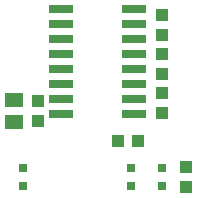
<source format=gbr>
G04 EAGLE Gerber RS-274X export*
G75*
%MOMM*%
%FSLAX34Y34*%
%LPD*%
%INSolderpaste Top*%
%IPPOS*%
%AMOC8*
5,1,8,0,0,1.08239X$1,22.5*%
G01*
%ADD10R,0.800000X0.800000*%
%ADD11R,1.100000X1.000000*%
%ADD12R,1.500000X1.300000*%
%ADD13R,1.000000X1.100000*%
%ADD14R,2.032000X0.660400*%


D10*
X283401Y256148D03*
X283401Y241148D03*
D11*
X421655Y256916D03*
X421655Y239916D03*
D12*
X275590Y295300D03*
X275590Y314300D03*
D13*
X295910Y296300D03*
X295910Y313300D03*
D10*
X374650Y256420D03*
X374650Y241420D03*
X401320Y256420D03*
X401320Y241420D03*
D14*
X377444Y302260D03*
X315976Y302260D03*
X377444Y314960D03*
X377444Y327660D03*
X315976Y314960D03*
X315976Y327660D03*
X377444Y340360D03*
X315976Y340360D03*
X377444Y353060D03*
X315976Y353060D03*
X377444Y365760D03*
X377444Y378460D03*
X315976Y365760D03*
X315976Y378460D03*
X377444Y391160D03*
X315976Y391160D03*
D11*
X363610Y279400D03*
X380610Y279400D03*
D13*
X401320Y368690D03*
X401320Y385690D03*
X401320Y319650D03*
X401320Y302650D03*
X401320Y352670D03*
X401320Y335670D03*
M02*

</source>
